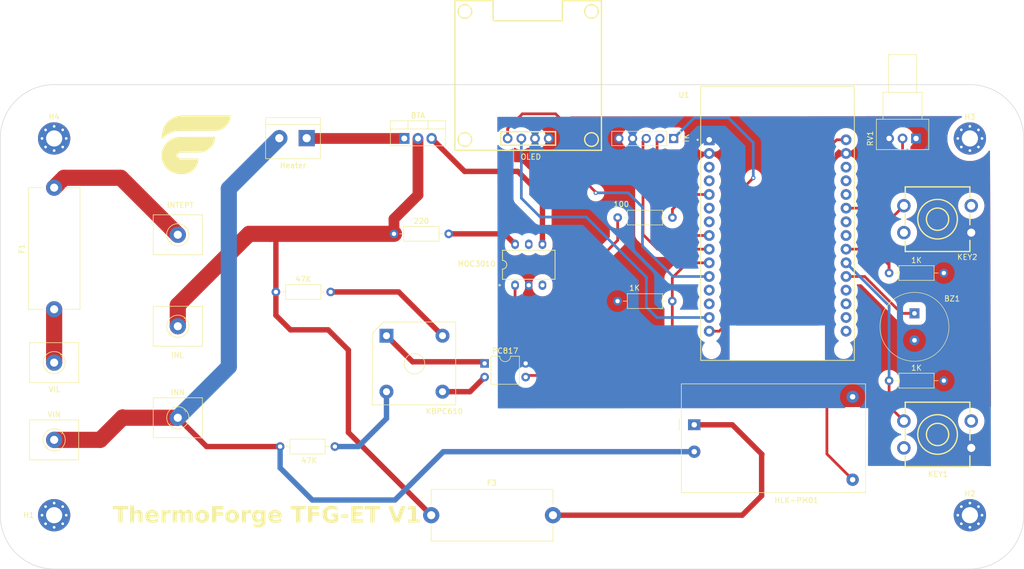
<source format=kicad_pcb>
(kicad_pcb (version 20221018) (generator pcbnew)
  (layers (0 "F.Cu" jumper) (31 "B.Cu" signal) (34 "B.Paste" user) (35 "F.Paste" user) (36 "B.SilkS" user "B.Silkscreen") (37 "F.SilkS" user "F.Silkscreen") (38 "B.Mask" user) (39 "F.Mask" user) (44 "Edge.Cuts" user))
  (net 0 "")
  (net 1 "SOUND")
  (net 2 "GND")
  (net 3 "Net-(D1-+)")
  (net 4 "Net-(D1-Pad2)")
  (net 5 "Net-(D1--)")
  (net 6 "Net-(D1-Pad4)")
  (net 7 "Net-(J5-Pin_1)")
  (net 8 "Net-(J6-Pin_1)")
  (net 9 "L")
  (net 10 "N")
  (net 11 "SO")
  (net 12 "CS")
  (net 13 "SCK")
  (net 14 "3v3")
  (net 15 "GPIO 32")
  (net 18 "GPIO 33")
  (net 21 "+5V")
  (net 22 "Net-(Q1-A1)")
  (net 23 "Net-(Q1-G)")
  (net 24 "GPIO 19")
  (net 25 "Net-(R6-Pad2)")
  (net 26 "Net-(R7-Pad1)")
  (net 27 "GPIO 4")
  (net 28 "GPIO 27")
  (net 33 "SDA")
  (net 36 "SLC")
  (net 48 "Net-(PS1-AC{slash}L)")
  (footprint "Fuse:Fuseholder_Cylinder-5x20mm_Stelvio-Kontek_PTF78_Horizontal_Open" (layer "F.Cu") (at 60 91.7418 90)
    (fp_text reference "F1" (at 11.25 -6 90) (layer "F.SilkS"))
    (fp_text value "16A")
    (pad "1" thru_hole circle (at 0 0 90) (size 3 3) (drill 1.5) (layers "*.Cu" "*.Mask") (net 7 "Net-(J5-Pin_1)"))
    (pad "2" thru_hole circle (at 22.6 0 90) (size 3 3) (drill 1.5) (layers "*.Cu" "*.Mask") (net 8 "Net-(J6-Pin_1)"))
  )
  (footprint "MountingHole:MountingHole_3mm_Pad_Via" (layer "F.Cu") (at 60 60)
    (fp_text reference "H4" (at 0 -4) (layer "F.SilkS"))
    (fp_text value "MH")
    (pad "1" thru_hole circle (at -2.25 0) (size 0.8 0.8) (drill 0.5) (layers "*.Cu" "*.Mask"))
    (pad "1" thru_hole circle (at -1.59099 -1.59099) (size 0.8 0.8) (drill 0.5) (layers "*.Cu" "*.Mask"))
    (pad "1" thru_hole circle (at -1.59099 1.59099) (size 0.8 0.8) (drill 0.5) (layers "*.Cu" "*.Mask"))
    (pad "1" thru_hole circle (at 0 -2.25) (size 0.8 0.8) (drill 0.5) (layers "*.Cu" "*.Mask"))
    (pad "1" thru_hole circle (at 0 0) (size 6 6) (drill 3) (layers "*.Cu" "*.Mask"))
    (pad "1" thru_hole circle (at 0 2.25) (size 0.8 0.8) (drill 0.5) (layers "*.Cu" "*.Mask"))
    (pad "1" thru_hole circle (at 1.59099 -1.59099) (size 0.8 0.8) (drill 0.5) (layers "*.Cu" "*.Mask"))
    (pad "1" thru_hole circle (at 1.59099 1.59099) (size 0.8 0.8) (drill 0.5) (layers "*.Cu" "*.Mask"))
    (pad "1" thru_hole circle (at 2.25 0) (size 0.8 0.8) (drill 0.5) (layers "*.Cu" "*.Mask"))
  )
  (footprint "MountingHole:MountingHole_3mm_Pad_Via" (layer "F.Cu") (at 60 130)
    (fp_text reference "H1" (at -4.73361 -0.00921) (layer "F.SilkS"))
    (fp_text value "MH")
    (pad "1" thru_hole circle (at -2.25 0) (size 0.8 0.8) (drill 0.5) (layers "*.Cu" "*.Mask"))
    (pad "1" thru_hole circle (at -1.59099 -1.59099) (size 0.8 0.8) (drill 0.5) (layers "*.Cu" "*.Mask"))
    (pad "1" thru_hole circle (at -1.59099 1.59099) (size 0.8 0.8) (drill 0.5) (layers "*.Cu" "*.Mask"))
    (pad "1" thru_hole circle (at 0 -2.25) (size 0.8 0.8) (drill 0.5) (layers "*.Cu" "*.Mask"))
    (pad "1" thru_hole circle (at 0 0) (size 6 6) (drill 3) (layers "*.Cu" "*.Mask"))
    (pad "1" thru_hole circle (at 0 2.25) (size 0.8 0.8) (drill 0.5) (layers "*.Cu" "*.Mask"))
    (pad "1" thru_hole circle (at 1.59099 -1.59099) (size 0.8 0.8) (drill 0.5) (layers "*.Cu" "*.Mask"))
    (pad "1" thru_hole circle (at 1.59099 1.59099) (size 0.8 0.8) (drill 0.5) (layers "*.Cu" "*.Mask"))
    (pad "1" thru_hole circle (at 2.25 0) (size 0.8 0.8) (drill 0.5) (layers "*.Cu" "*.Mask"))
  )
  (footprint "Diode_THT:Diode_Bridge_Vishay_KBPC6" (layer "F.Cu") (at 121.6972 96.6532)
    (fp_text reference "KBPC610" (at 10.75 14.05 180) (layer "F.SilkS"))
    (fp_text value "VS-KBPC610")
    (pad "1" thru_hole rect (at 0 0) (size 2.6 2.6) (drill 1.3) (layers "*.Cu" "*.Mask") (net 3 "Net-(D1-+)"))
    (pad "2" thru_hole circle (at 0 10.4) (size 2.6 2.6) (drill 1.3) (layers "*.Cu" "*.Mask") (net 4 "Net-(D1-Pad2)"))
    (pad "3" thru_hole circle (at 10.4 10.4) (size 2.6 2.6) (drill 1.3) (layers "*.Cu" "*.Mask") (net 5 "Net-(D1--)"))
    (pad "4" thru_hole circle (at 10.4 0) (size 2.6 2.6) (drill 1.3) (layers "*.Cu" "*.Mask") (net 6 "Net-(D1-Pad4)"))
  )
  (footprint "TerminalBlock_MetzConnect:TerminalBlock_MetzConnect_360271_1x01_Horizontal_ScrewM3.0_Boxed" (layer "F.Cu") (at 82.9564 77.8944)
    (fp_text reference "INTEPT" (at 0.4826 -5.5118) (layer "F.SilkS"))
    (fp_text value "Iin")
    (pad "1" thru_hole circle (at 0 0) (size 3 3) (drill 1.5) (layers "*.Cu" "*.Mask") (net 8 "Net-(J6-Pin_1)"))
  )
  (footprint "logo:logo16x16mm" (layer "F.Cu") (at 86.36 61.1632)
    (fp_text reference "G***" hide)
    (fp_text value "LOGO" hide)
  )
  (footprint "OLEDTHL27:OLED-TH_L27.8-W27.2-P2.54_C9900033791" (layer "F.Cu") (at 148 60 180)
    (fp_text reference "OLED" (at -0.4884 -3.4238) (layer "F.SilkS"))
    (fp_text value "HS96L03W2C03")
    (pad "1" thru_hole circle (at -3.81 0 180) (size 1.8 1.8) (drill 1.049985) (layers "*.Cu" "*.Mask") (net 2 "GND"))
    (pad "2" thru_hole circle (at -1.27 0 180) (size 1.8 1.8) (drill 1.049985) (layers "*.Cu" "*.Mask") (net 14 "3v3"))
    (pad "3" thru_hole circle (at 1.27 0 180) (size 1.8 1.8) (drill 1.049985) (layers "*.Cu" "*.Mask") (net 36 "SLC"))
    (pad "4" thru_hole circle (at 3.81 0 180) (size 1.8 1.8) (drill 1.049985) (layers "*.Cu" "*.Mask") (net 33 "SDA"))
  )
  (footprint "esp32devkitv1:MODULE_ESP32_DEVKIT_V1" (layer "F.Cu") (at 194.31 75.7638)
    (fp_text reference "U1" (at -17.399 -23.8462) (layer "F.SilkS"))
    (fp_text value "ESP32-DEVKIT-V1")
    (pad "" np_thru_hole circle (at -12.28 -23.475) (size 3 3) (drill 3) (layers "*.Cu" "*.Mask"))
    (pad "" np_thru_hole circle (at -12.28 23.475) (size 3 3) (drill 3) (layers "*.Cu" "*.Mask"))
    (pad "" np_thru_hole circle (at 12.23 -23.475) (size 3 3) (drill 3) (layers "*.Cu" "*.Mask"))
    (pad "" np_thru_hole circle (at 12.23 23.475) (size 3 3) (drill 3) (layers "*.Cu" "*.Mask"))
    (pad "1" thru_hole rect (at -12.7 -15.515) (size 2 2) (drill 1.02) (layers "*.Cu" "*.Mask") (net 14 "3v3"))
    (pad "2" thru_hole circle (at -12.7 -12.975) (size 2 2) (drill 1.02) (layers "*.Cu" "*.Mask") (net 2 "GND"))
    (pad "3" thru_hole circle (at -12.7 -10.435) (size 2 2) (drill 1.02) (layers "*.Cu" "*.Mask"))
    (pad "4" thru_hole circle (at -12.7 -7.895) (size 2 2) (drill 1.02) (layers "*.Cu" "*.Mask"))
    (pad "5" thru_hole circle (at -12.7 -5.355) (size 2 2) (drill 1.02) (layers "*.Cu" "*.Mask") (net 27 "GPIO 4"))
    (pad "6" thru_hole circle (at -12.7 -2.815) (size 2 2) (drill 1.02) (layers "*.Cu" "*.Mask"))
    (pad "7" thru_hole circle (at -12.7 -0.275) (size 2 2) (drill 1.02) (layers "*.Cu" "*.Mask"))
    (pad "8" thru_hole circle (at -12.7 2.265) (size 2 2) (drill 1.02) (layers "*.Cu" "*.Mask") (net 12 "CS"))
    (pad "9" thru_hole circle (at -12.7 4.805) (size 2 2) (drill 1.02) (layers "*.Cu" "*.Mask") (net 13 "SCK"))
    (pad "10" thru_hole circle (at -12.7 7.345) (size 2 2) (drill 1.02) (layers "*.Cu" "*.Mask") (net 24 "GPIO 19"))
    (pad "11" thru_hole circle (at -12.7 9.885) (size 2 2) (drill 1.02) (layers "*.Cu" "*.Mask") (net 33 "SDA"))
    (pad "12" thru_hole circle (at -12.7 12.425) (size 2 2) (drill 1.02) (layers "*.Cu" "*.Mask"))
    (pad "13" thru_hole circle (at -12.7 14.965) (size 2 2) (drill 1.02) (layers "*.Cu" "*.Mask"))
    (pad "14" thru_hole circle (at -12.7 17.505) (size 2 2) (drill 1.02) (layers "*.Cu" "*.Mask") (net 36 "SLC"))
    (pad "15" thru_hole circle (at -12.7 20.045) (size 2 2) (drill 1.02) (layers "*.Cu" "*.Mask") (net 11 "SO"))
    (pad "16" thru_hole circle (at 12.7 20.045) (size 2 2) (drill 1.02) (layers "*.Cu" "*.Mask"))
    (pad "17" thru_hole circle (at 12.7 17.505) (size 2 2) (drill 1.02) (layers "*.Cu" "*.Mask"))
    (pad "18" thru_hole circle (at 12.7 14.965) (size 2 2) (drill 1.02) (layers "*.Cu" "*.Mask"))
    (pad "19" thru_hole circle (at 12.7 12.425) (size 2 2) (drill 1.02) (layers "*.Cu" "*.Mask"))
    (pad "20" thru_hole circle (at 12.7 9.885) (size 2 2) (drill 1.02) (layers "*.Cu" "*.Mask") (net 1 "SOUND"))
    (pad "21" thru_hole circle (at 12.7 7.345) (size 2 2) (drill 1.02) (layers "*.Cu" "*.Mask") (net 15 "GPIO 32"))
    (pad "22" thru_hole circle (at 12.7 4.805) (size 2 2) (drill 1.02) (layers "*.Cu" "*.Mask") (net 18 "GPIO 33"))
    (pad "23" thru_hole circle (at 12.7 2.265) (size 2 2) (drill 1.02) (layers "*.Cu" "*.Mask"))
    (pad "24" thru_hole circle (at 12.7 -0.275) (size 2 2) (drill 1.02) (layers "*.Cu" "*.Mask"))
    (pad "25" thru_hole circle (at 12.7 -2.815) (size 2 2) (drill 1.02) (layers "*.Cu" "*.Mask") (net 28 "GPIO 27"))
    (pad "26" thru_hole circle (at 12.7 -5.355) (size 2 2) (drill 1.02) (layers "*.Cu" "*.Mask"))
    (pad "27" thru_hole circle (at 12.7 -7.895) (size 2 2) (drill 1.02) (layers "*.Cu" "*.Mask"))
    (pad "28" thru_hole circle (at 12.7 -10.435) (size 2 2) (drill 1.02) (layers "*.Cu" "*.Mask"))
    (pad "29" thru_hole circle (at 12.7 -12.975) (size 2 2) (drill 1.02) (layers "*.Cu" "*.Mask") (net 2 "GND"))
    (pad "30" thru_hole circle (at 12.7 -15.515) (size 2 2) (drill 1.02) (layers "*.Cu" "*.Mask") (net 21 "+5V"))
    (zone (net 0) (net_name "") (layer "F.Cu") (connect_pads (clearance 0)) (min_thickness 0.01)
      (keepout (tracks not_allowed) (vias not_allowed) (pads not_allowed) (copperpour not_allowed) (footprints allowed))
      (fill (thermal_gap 0.508) (thermal_bridge_width 0.508))
      (polygon (pts (xy 185.4 94.7488) (xy 203.09 94.7488) (xy 203.09 101.2388) (xy 185.4 101.2388)))
    )
    (zone (net 0) (net_name "") (layer "B.Cu") (connect_pads (clearance 0)) (min_thickness 0.01)
      (keepout (tracks not_allowed) (vias not_allowed) (pads not_allowed) (copperpour not_allowed) (footprints allowed))
      (fill (thermal_gap 0.508) (thermal_bridge_width 0.508))
      (polygon (pts (xy 185.4 94.7488) (xy 203.09 94.7488) (xy 203.09 101.2388) (xy 185.4 101.2388)))
    )
  )
  (footprint "Resistor_THT:R_Axial_DIN0207_L6.3mm_D2.5mm_P10.16mm_Horizontal" (layer "F.Cu") (at 101.1682 88.519)
    (fp_text reference "47K" (at 5.08 -2.37) (layer "F.SilkS"))
    (fp_text value "47K")
    (pad "1" thru_hole circle (at 0 0) (size 1.6 1.6) (drill 0.8) (layers "*.Cu" "*.Mask") (net 9 "L"))
    (pad "2" thru_hole oval (at 10.16 0) (size 1.6 1.6) (drill 0.8) (layers "*.Cu" "*.Mask") (net 6 "Net-(D1-Pad4)"))
  )
  (footprint "TerminalBlock_MetzConnect:TerminalBlock_MetzConnect_360271_1x01_Horizontal_ScrewM3.0_Boxed" (layer "F.Cu") (at 82.9564 94.8944)
    (fp_text reference "INL" (at -0.0508 5.3594) (layer "F.SilkS"))
    (fp_text value "Iout")
    (pad "1" thru_hole circle (at 0 0) (size 3 3) (drill 1.5) (layers "*.Cu" "*.Mask") (net 9 "L"))
  )
  (footprint "digikey-footprints:Piezo_Transducer_THT_PS1240P02BT" (layer "F.Cu") (at 219.71 92.5)
    (fp_text reference "BZ1" (at 6.985 -2.7364) (layer "F.SilkS"))
    (fp_text value "PS1240P02BT")
    (pad "1" thru_hole rect (at 0 0) (size 1.85 1.85) (drill 0.85) (layers "*.Cu" "*.Mask") (net 1 "SOUND"))
    (pad "2" thru_hole circle (at 0 5) (size 1.85 1.85) (drill 0.85) (layers "*.Cu" "*.Mask") (net 2 "GND"))
  )
  (footprint "Converter_ACDC:Converter_ACDC_HiLink_HLK-PMxx" (layer "F.Cu") (at 178.8292 113.2008)
    (fp_text reference "HLK-PM01" (at 18.9606 14.0278 180) (layer "F.SilkS"))
    (fp_text value "HLK-PM01")
    (pad "1" thru_hole rect (at 0 0) (size 2.3 2) (drill 1) (layers "*.Cu" "*.Mask") (net 48 "Net-(PS1-AC{slash}L)"))
    (pad "2" thru_hole circle (at 0 5) (size 2.3 2.3) (drill 1) (layers "*.Cu" "*.Mask") (net 10 "N"))
    (pad "3" thru_hole circle (at 29.4 -5.2) (size 2.3 2.3) (drill 1) (layers "*.Cu" "*.Mask") (net 2 "GND"))
    (pad "4" thru_hole circle (at 29.4 10.2) (size 2.3 2.3) (drill 1) (layers "*.Cu" "*.Mask") (net 21 "+5V"))
  )
  (footprint "K2-1103DT-A4CW-04:KEY-TH_4P-L12.0-W12.0-P5.00-LS13.4" (layer "F.Cu") (at 224 75 180)
    (fp_text reference "KEY2" (at -5.5144 -7.042) (layer "F.SilkS"))
    (fp_text value "select")
    (pad "1" thru_hole circle (at -6.25 2.5) (size 2.5 2.5) (drill 1.500022) (layers "*.Cu" "*.Mask"))
    (pad "2" thru_hole circle (at 6.25 2.5) (size 2.5 2.5) (drill 1.500022) (layers "*.Cu" "*.Mask") (net 18 "GPIO 33"))
    (pad "3" thru_hole circle (at 6.25 -2.5) (size 2.5 2.5) (drill 1.500022) (layers "*.Cu" "*.Mask"))
    (pad "4" thru_hole circle (at -6.25 -2.5) (size 2.5 2.5) (drill 1.500022) (layers "*.Cu" "*.Mask") (net 14 "3v3"))
  )
  (footprint "TerminalBlock_MetzConnect:TerminalBlock_MetzConnect_360271_1x01_Horizontal_ScrewM3.0_Boxed" (layer "F.Cu") (at 60 116.0018)
    (fp_text reference "VIN" (at 0 -4.71) (layer "F.SilkS"))
    (fp_text value "N")
    (pad "1" thru_hole circle (at 0 0) (size 3 3) (drill 1.5) (layers "*.Cu" "*.Mask") (net 10 "N"))
  )
  (footprint "K2-1103DT-A4CW-04:KEY-TH_4P-L12.0-W12.0-P5.00-LS13.4" (layer "F.Cu") (at 224 115 180)
    (fp_text reference "KEY1" (at -0.0788 -7.3772) (layer "F.SilkS"))
    (fp_text value "menu")
    (pad "1" thru_hole circle (at -6.25 2.5) (size 2.5 2.5) (drill 1.500022) (layers "*.Cu" "*.Mask"))
    (pad "2" thru_hole circle (at 6.25 2.5) (size 2.5 2.5) (drill 1.500022) (layers "*.Cu" "*.Mask") (net 15 "GPIO 32"))
    (pad "3" thru_hole circle (at 6.25 -2.5) (size 2.5 2.5) (drill 1.500022) (layers "*.Cu" "*.Mask"))
    (pad "4" thru_hole circle (at -6.25 -2.5) (size 2.5 2.5) (drill 1.500022) (layers "*.Cu" "*.Mask") (net 14 "3v3"))
  )
  (footprint "Package_DIP:DIP-4_W7.62mm" (layer "F.Cu") (at 139.9132 101.7982)
    (fp_text reference "PC817" (at 3.81 -2.33) (layer "F.SilkS"))
    (fp_text value "PC817")
    (pad "1" thru_hole rect (at 0 0) (size 1.6 1.6) (drill 0.8) (layers "*.Cu" "*.Mask") (net 3 "Net-(D1-+)"))
    (pad "2" thru_hole oval (at 0 2.54) (size 1.6 1.6) (drill 0.8) (layers "*.Cu" "*.Mask") (net 5 "Net-(D1--)"))
    (pad "3" thru_hole oval (at 7.62 2.54) (size 1.6 1.6) (drill 0.8) (layers "*.Cu" "*.Mask") (net 24 "GPIO 19"))
    (pad "4" thru_hole oval (at 7.62 0) (size 1.6 1.6) (drill 0.8) (layers "*.Cu" "*.Mask") (net 14 "3v3"))
  )
  (footprint "TFGMOC:DIP-6_L9.6-W6.4-P2.54-LS7.6-BL" (layer "F.Cu") (at 148.1074 83.4644)
    (fp_text reference "MOC3010" (at -9.6774 -0.1778) (layer "F.SilkS"))
    (fp_text value "MOC3010")
    (pad "1" thru_hole oval (at -2.54 3.8) (size 1.4 1.75) (drill 0.799998) (layers "*.Cu" "*.Mask") (net 26 "Net-(R7-Pad1)"))
    (pad "2" thru_hole oval (at 0 3.8) (size 1.4 1.75) (drill 0.799998) (layers "*.Cu" "*.Mask") (net 2 "GND"))
    (pad "3" thru_hole oval (at 2.54 3.8) (size 1.4 1.75) (drill 0.799998) (layers "*.Cu" "*.Mask"))
    (pad "4" thru_hole oval (at 2.54 -3.8) (size 1.4 1.75) (drill 0.799998) (layers "*.Cu" "*.Mask") (net 23 "Net-(Q1-G)"))
    (pad "5" thru_hole oval (at 0 -3.8) (size 1.4 1.75) (drill 0.799998) (layers "*.Cu" "*.Mask"))
    (pad "6" thru_hole oval (at -2.54 -3.8) (size 1.4 1.75) (drill 0.799998) (layers "*.Cu" "*.Mask") (net 25 "Net-(R6-Pad2)"))
  )
  (footprint "Fuse:Fuseholder_Cylinder-5x20mm_Stelvio-Kontek_PTF78_Horizontal_Open" (layer "F.Cu") (at 130 130)
    (fp_text reference "F3" (at 11.25 -6) (layer "F.SilkS"))
    (fp_text value "1A")
    (pad "1" thru_hole circle (at 0 0) (size 3 3) (drill 1.5) (layers "*.Cu" "*.Mask") (net 9 "L"))
    (pad "2" thru_hole circle (at 22.6 0) (size 3 3) (drill 1.5) (layers "*.Cu" "*.Mask") (net 48 "Net-(PS1-AC{slash}L)"))
  )
  (footprint "Resistor_THT:R_Axial_DIN0207_L6.3mm_D2.5mm_P10.16mm_Horizontal" (layer "F.Cu") (at 112.1156 117.2464 180)
    (fp_text reference "47K" (at 4.7752 -2.6162) (layer "F.SilkS"))
    (fp_text value "47K")
    (pad "1" thru_hole circle (at 0 0 180) (size 1.6 1.6) (drill 0.8) (layers "*.Cu" "*.Mask") (net 4 "Net-(D1-Pad2)"))
    (pad "2" thru_hole oval (at 10.16 0 180) (size 1.6 1.6) (drill 0.8) (layers "*.Cu" "*.Mask") (net 10 "N"))
  )
  (footprint "MountingHole:MountingHole_3mm_Pad_Via" (layer "F.Cu") (at 230 60)
    (fp_text reference "H3" (at 0 -4) (layer "F.SilkS"))
    (fp_text value "MH")
    (pad "1" thru_hole circle (at -2.25 0) (size 0.8 0.8) (drill 0.5) (layers "*.Cu" "*.Mask"))
    (pad "1" thru_hole circle (at -1.59099 -1.59099) (size 0.8 0.8) (drill 0.5) (layers "*.Cu" "*.Mask"))
    (pad "1" thru_hole circle (at -1.59099 1.59099) (size 0.8 0.8) (drill 0.5) (layers "*.Cu" "*.Mask"))
    (pad "1" thru_hole circle (at 0 -2.25) (size 0.8 0.8) (drill 0.5) (layers "*.Cu" "*.Mask"))
    (pad "1" thru_hole circle (at 0 0) (size 6 6) (drill 3) (layers "*.Cu" "*.Mask"))
    (pad "1" thru_hole circle (at 0 2.25) (size 0.8 0.8) (drill 0.5) (layers "*.Cu" "*.Mask"))
    (pad "1" thru_hole circle (at 1.59099 -1.59099) (size 0.8 0.8) (drill 0.5) (layers "*.Cu" "*.Mask"))
    (pad "1" thru_hole circle (at 1.59099 1.59099) (size 0.8 0.8) (drill 0.5) (layers "*.Cu" "*.Mask"))
    (pad "1" thru_hole circle (at 2.25 0) (size 0.8 0.8) (drill 0.5) (layers "*.Cu" "*.Mask"))
  )
  (footprint "Resistor_THT:R_Axial_DIN0207_L6.3mm_D2.5mm_P10.16mm_Horizontal" (layer "F.Cu") (at 123.0884 77.724)
    (fp_text reference "220" (at 5.08 -2.37) (layer "F.SilkS"))
    (fp_text value "220")
    (pad "1" thru_hole circle (at 0 0) (size 1.6 1.6) (drill 0.8) (layers "*.Cu" "*.Mask") (net 9 "L"))
    (pad "2" thru_hole oval (at 10.16 0) (size 1.6 1.6) (drill 0.8) (layers "*.Cu" "*.Mask") (net 25 "Net-(R6-Pad2)"))
  )
  (footprint "Connector_PinHeader_2.54mm:PinHeader_1x05_P2.54mm_Vertical" (layer "F.Cu") (at 175 60 -90)
    (fp_text reference "TK" (at 0 -2.33 90) (layer "F.SilkS"))
    (fp_text value "Thermocuple")
    (pad "1" thru_hole rect (at 0 0 270) (size 1.7 1.7) (drill 1) (layers "*.Cu" "*.Mask") (net 11 "SO"))
    (pad "2" thru_hole oval (at 0 2.54 270) (size 1.7 1.7) (drill 1) (layers "*.Cu" "*.Mask") (net 12 "CS"))
    (pad "3" thru_hole oval (at 0 5.08 270) (size 1.7 1.7) (drill 1) (layers "*.Cu" "*.Mask") (net 13 "SCK"))
    (pad "4" thru_hole oval (at 0 7.62 270) (size 1.7 1.7) (drill 1) (layers "*.Cu" "*.Mask") (net 14 "3v3"))
    (pad "5" thru_hole oval (at 0 10.16 270) (size 1.7 1.7) (drill 1) (layers "*.Cu" "*.Mask") (net 2 "GND"))
  )
  (footprint "Package_TO_SOT_THT:TO-220-3_Vertical" (layer "F.Cu") (at 125 60)
    (fp_text reference "BTA" (at 2.54 -4.27) (layer "F.SilkS"))
    (fp_text value "BTA16-600B")
    (pad "1" thru_hole rect (at 0 0) (size 1.905 2) (drill 1.1) (layers "*.Cu" "*.Mask") (net 22 "Net-(Q1-A1)"))
    (pad "2" thru_hole oval (at 2.54 0) (size 1.905 2) (drill 1.1) (layers "*.Cu" "*.Mask") (net 9 "L"))
    (pad "3" thru_hole oval (at 5.08 0) (size 1.905 2) (drill 1.1) (layers "*.Cu" "*.Mask") (net 23 "Net-(Q1-G)"))
  )
  (footprint "Resistor_THT:R_Axial_DIN0207_L6.3mm_D2.5mm_P10.16mm_Horizontal" (layer "F.Cu") (at 164.592 90.2208)
    (fp_text reference "1K" (at 3.1496 -2.4384) (layer "F.SilkS"))
    (fp_text value "1K")
    (pad "1" thru_hole circle (at 0 0) (size 1.6 1.6) (drill 0.8) (layers "*.Cu" "*.Mask") (net 2 "GND"))
    (pad "2" thru_hole oval (at 10.16 0) (size 1.6 1.6) (drill 0.8) (layers "*.Cu" "*.Mask") (net 24 "GPIO 19"))
  )
  (footprint "MountingHole:MountingHole_3mm_Pad_Via" (layer "F.Cu") (at 230 130)
    (fp_text reference "H2" (at 0 -4) (layer "F.SilkS"))
    (fp_text value "MH")
    (pad "1" thru_hole circle (at -2.25 0) (size 0.8 0.8) (drill 0.5) (layers "*.Cu" "*.Mask"))
    (pad "1" thru_hole circle (at -1.59099 -1.59099) (size 0.8 0.8) (drill 0.5) (layers "*.Cu" "*.Mask"))
    (pad "1" thru_hole circle (at -1.59099 1.59099) (size 0.8 0.8) (drill 0.5) (layers "*.Cu" "*.Mask"))
    (pad "1" thru_hole circle (at 0 -2.25) (size 0.8 0.8) (drill 0.5) (layers "*.Cu" "*.Mask"))
    (pad "1" thru_hole circle (at 0 0) (size 6 6) (drill 3) (layers "*.Cu" "*.Mask"))
    (pad "1" thru_hole circle (at 0 2.25) (size 0.8 0.8) (drill 0.5) (layers "*.Cu" "*.Mask"))
    (pad "1" thru_hole circle (at 1.59099 -1.59099) (size 0.8 0.8) (drill 0.5) (layers "*.Cu" "*.Mask"))
    (pad "1" thru_hole circle (at 1.59099 1.59099) (size 0.8 0.8) (drill 0.5) (layers "*.Cu" "*.Mask"))
    (pad "1" thru_hole circle (at 2.25 0) (size 0.8 0.8) (drill 0.5) (layers "*.Cu" "*.Mask"))
  )
  (footprint "TerminalBlock:TerminalBlock_bornier-2_P5.08mm" (layer "F.Cu") (at 106.8832 59.944 180)
    (fp_text reference "Heater" (at 2.54 -5.08) (layer "F.SilkS"))
    (fp_text value "Heater")
    (pad "1" thru_hole rect (at 0 0 180) (size 3 3) (drill 1.52) (layers "*.Cu" "*.Mask") (net 22 "Net-(Q1-A1)"))
    (pad "2" thru_hole circle (at 5.08 0 180) (size 3 3) (drill 1.52) (layers "*.Cu" "*.Mask") (net 10 "N"))
  )
  (footprint "TerminalBlock_MetzConnect:TerminalBlock_MetzConnect_360271_1x01_Horizontal_ScrewM3.0_Boxed" (layer "F.Cu") (at 60 101.6508)
    (fp_text reference "VIL" (at 0.071 4.9784) (layer "F.SilkS"))
    (fp_text value "L")
    (pad "1" thru_hole circle (at 0 0) (size 3 3) (drill 1.5) (layers "*.Cu" "*.Mask") (net 7 "Net-(J5-Pin_1)"))
  )
  (footprint "Resistor_THT:R_Axial_DIN0207_L6.3mm_D2.5mm_P10.16mm_Horizontal" (layer "F.Cu") (at 215 85)
    (fp_text reference "1K" (at 5.08 -2.37) (layer "F.SilkS"))
    (fp_text value "1K")
    (pad "1" thru_hole circle (at 0 0) (size 1.6 1.6) (drill 0.8) (layers "*.Cu" "*.Mask") (net 18 "GPIO 33"))
    (pad "2" thru_hole oval (at 10.16 0) (size 1.6 1.6) (drill 0.8) (layers "*.Cu" "*.Mask") (net 2 "GND"))
  )
  (footprint "Resistor_THT:R_Axial_DIN0207_L6.3mm_D2.5mm_P10.16mm_Horizontal" (layer "F.Cu") (at 215 105)
    (fp_text reference "1K" (at 5.08 -2.37) (layer "F.SilkS"))
    (fp_text value "1K")
    (pad "1" thru_hole circle (at 0 0) (size 1.6 1.6) (drill 0.8) (layers "*.Cu" "*.Mask") (net 15 "GPIO 32"))
    (pad "2" thru_hole oval (at 10.16 0) (size 1.6 1.6) (drill 0.8) (layers "*.Cu" "*.Mask") (net 2 "GND"))
  )
  (footprint "TerminalBlock_MetzConnect:TerminalBlock_MetzConnect_360271_1x01_Horizontal_ScrewM3.0_Boxed" (layer "F.Cu") (at 82.9564 111.8944)
    (fp_text reference "INN" (at 0 -4.71) (layer "F.SilkS"))
    (fp_text value "IN")
    (pad "1" thru_hole circle (at 0 0) (size 3 3) (drill 1.5) (layers "*.Cu" "*.Mask") (net 10 "N"))
  )
  (footprint "Potentiometer_THT:Potentiometer_Alps_RK09Y11_Single_Horizontal" (layer "F.Cu") (at 220 60 -90)
    (fp_text reference "RV1" (at 0 8.5 90) (layer "F.SilkS"))
    (fp_text value "5K")
    (pad "1" thru_hole rect (at 0 0 90) (size 1.8 1.8) (drill 1) (layers "*.Cu" "*.Mask") (net 2 "GND"))
    (pad "2" thru_hole circle (at 0 2.5 90) (size 1.8 1.8) (drill 1) (layers "*.Cu" "*.Mask") (net 28 "GPIO 27"))
    (pad "3" thru_hole circle (at 0 5 90) (size 1.8 1.8) (drill 1) (layers "*.Cu" "*.Mask") (net 14 "3v3"))
  )
  (footprint "Resistor_THT:R_Axial_DIN0207_L6.3mm_D2.5mm_P10.16mm_Horizontal" (layer "F.Cu") (at 164.6174 74.7014)
    (fp_text reference "100" (at 0.6604 -2.4892) (layer "F.SilkS"))
    (fp_text value "100")
    (pad "1" thru_hole circle (at 0 0) (size 1.6 1.6) (drill 0.8) (layers "*.Cu" "*.Mask") (net 26 "Net-(R7-Pad1)"))
    (pad "2" thru_hole oval (at 10.16 0) (size 1.6 1.6) (drill 0.8) (layers "*.Cu" "*.Mask") (net 27 "GPIO 4"))
  )
  (gr_arc (start 50 60) (mid 52.928932 52.928932) (end 60 50) (stroke (width 0.1)) (layer "Edge.Cuts"))
  (gr_line (start 50 60) (end 50 130) (stroke (width 0.1)) (layer "Edge.Cuts"))
  (gr_line (start 60 50) (end 230 50) (stroke (width 0.1)) (layer "Edge.Cuts"))
  (gr_line (start 240 60) (end 240 130) (stroke (width 0.1)) (layer "Edge.Cuts"))
  (gr_line (start 60 140) (end 230 140) (stroke (width 0.1)) (layer "Edge.Cuts"))
  (gr_arc (start 230 50) (mid 237.071068 52.928932) (end 240 60) (stroke (width 0.1)) (layer "Edge.Cuts"))
  (gr_arc (start 240 130) (mid 237.071068 137.071068) (end 230 140) (stroke (width 0.1)) (layer "Edge.Cuts"))
  (gr_arc (start 60 140) (mid 52.928932 137.071068) (end 50 130) (stroke (width 0.1)) (layer "Edge.Cuts"))
  (gr_text "ThermoForge TFG-ET V1" (at 70.8914 131.8768) (layer "F.SilkS") (effects (font (size 3 3) (thickness 0.3) bold) (justify left bottom)))
  (segment (start 210.4644 85.6488) (end 207.01 85.6488) (width 0.508) (layer "F.Cu") (net 1))
  (segment (start 219.71 92.5) (end 217.3156 92.5) (width 0.508) (layer "F.Cu") (net 1))
  (segment (start 217.3156 92.5) (end 210.4644 85.6488) (width 0.508) (layer "F.Cu") (net 1))
  (segment (start 139.6084 101.4934) (end 126.5374 101.4934) (width 1) (layer "F.Cu") (net 3))
  (segment (start 139.9132 101.7982) (end 139.6084 101.4934) (width 1) (layer "F.Cu") (net 3))
  (segment (start 126.5374 101.4934) (end 121.6972 96.6532) (width 1) (layer "F.Cu") (net 3))
  (segment (start 121.6972 107.6648) (end 121.6972 107.0532) (width 1) (layer "F.Cu") (net 4))
  (segment (start 112.1156 117.2464) (end 116.4844 117.2464) (width 1) (layer "B.Cu") (net 4))
  (segment (start 121.6972 112.0336) (end 121.6972 107.0532) (width 1) (layer "B.Cu") (net 4))
  (segment (start 116.4844 117.2464) (end 121.6972 112.0336) (width 1) (layer "B.Cu") (net 4))
  (segment (start 137.1982 107.0532) (end 139.9132 104.3382) (width 1) (layer "F.Cu") (net 5))
  (segment (start 132.0972 107.0532) (end 137.1982 107.0532) (width 1) (layer "F.Cu") (net 5))
  (segment (start 111.3282 88.519) (end 123.963 88.519) (width 1) (layer "F.Cu") (net 6))
  (segment (start 123.963 88.519) (end 132.0972 96.6532) (width 1) (layer "F.Cu") (net 6))
  (segment (start 60 101.6508) (end 60 91.7418) (width 3) (layer "F.Cu") (net 7))
  (segment (start 82.9564 77.8944) (end 72.372 67.31) (width 3) (layer "F.Cu") (net 8))
  (segment (start 72.372 67.31) (end 61.8318 67.31) (width 3) (layer "F.Cu") (net 8))
  (segment (start 61.8318 67.31) (end 60 69.1418) (width 3) (layer "F.Cu") (net 8))
  (segment (start 100.1268 77.724) (end 96.2014 77.724) (width 3) (layer "F.Cu") (net 9))
  (segment (start 127.54 70.5038) (end 127.54 60) (width 2) (layer "F.Cu") (net 9))
  (segment (start 110.871 95.5548) (end 103.8606 95.5548) (width 1) (layer "F.Cu") (net 9))
  (segment (start 101.1682 92.8624) (end 101.1682 88.519) (width 1) (layer "F.Cu") (net 9))
  (segment (start 123.0884 74.9554) (end 127.54 70.5038) (width 2) (layer "F.Cu") (net 9))
  (segment (start 123.0884 77.724) (end 123.0884 74.9554) (width 2) (layer "F.Cu") (net 9))
  (segment (start 114.6302 114.6302) (end 114.6302 99.314) (width 1) (layer "F.Cu") (net 9))
  (segment (start 130 130) (end 114.6302 114.6302) (width 1) (layer "F.Cu") (net 9))
  (segment (start 101.1682 88.519) (end 101.1682 78.7654) (width 1) (layer "F.Cu") (net 9))
  (segment (start 103.8606 95.5548) (end 101.1682 92.8624) (width 1) (layer "F.Cu") (net 9))
  (segment (start 114.6302 99.314) (end 110.871 95.5548) (width 1) (layer "F.Cu") (net 9))
  (segment (start 123.0884 77.724) (end 100.1268 77.724) (width 3) (layer "F.Cu") (net 9))
  (segment (start 101.1682 78.7654) (end 100.1268 77.724) (width 1) (layer "F.Cu") (net 9))
  (segment (start 82.9564 90.969) (end 82.9564 94.8944) (width 3) (layer "F.Cu") (net 9))
  (segment (start 96.2014 77.724) (end 82.9564 90.969) (width 3) (layer "F.Cu") (net 9))
  (segment (start 68.5546 116.0018) (end 72.7202 111.8362) (width 3) (layer "F.Cu") (net 10))
  (segment (start 72.7202 111.8362) (end 72.7784 111.8944) (width 3) (layer "F.Cu") (net 10))
  (segment (start 88.3084 117.2464) (end 82.9564 111.8944) (width 1) (layer "F.Cu") (net 10))
  (segment (start 60 116.0018) (end 68.5546 116.0018) (width 3) (layer "F.Cu") (net 10))
  (segment (start 72.7784 111.8944) (end 82.9564 111.8944) (width 3) (layer "F.Cu") (net 10))
  (segment (start 101.9556 117.2464) (end 88.3084 117.2464) (width 1) (layer "F.Cu") (net 10))
  (segment (start 132.2432 118.2008) (end 178.8292 118.2008) (width 1) (layer "B.Cu") (net 10))
  (segment (start 92.4306 102.4202) (end 92.4306 69.3166) (width 3) (layer "B.Cu") (net 10))
  (segment (start 101.9556 121.2088) (end 107.9246 127.1778) (width 1) (layer "B.Cu") (net 10))
  (segment (start 123.2662 127.1778) (end 132.2432 118.2008) (width 1) (layer "B.Cu") (net 10))
  (segment (start 101.9556 117.2464) (end 101.9556 121.2088) (width 1) (layer "B.Cu") (net 10))
  (segment (start 107.9246 127.1778) (end 123.2662 127.1778) (width 1) (layer "B.Cu") (net 10))
  (segment (start 82.9564 111.8944) (end 92.4306 102.4202) (width 3) (layer "B.Cu") (net 10))
  (segment (start 92.4306 69.3166) (end 101.8032 59.944) (width 3) (layer "B.Cu") (net 10))
  (segment (start 189.7888 67.3354) (end 185.146 71.9782) (width 0.508) (layer "F.Cu") (net 11))
  (segment (start 181.61 95.8088) (end 183.4642 95.8088) (width 0.508) (layer "F.Cu") (net 11))
  (segment (start 183.4642 95.8088) (end 185.146 94.127) (width 0.508) (layer "F.Cu") (net 11))
  (segment (start 185.146 71.9782) (end 185.146 94.127) (width 0.508) (layer "F.Cu") (net 11))
  (via (at 189.7888 67.3354) (size 0.8) (drill 0.4) (layers "F.Cu" "B.Cu") (net 11))
  (segment (start 189.7888 60.7822) (end 185.1914 56.1848) (width 0.508) (layer "B.Cu") (net 11))
  (segment (start 178.8152 56.1848) (end 175 60) (width 0.508) (layer "B.Cu") (net 11))
  (segment (start 185.1914 56.1848) (end 178.8152 56.1848) (width 0.508) (layer "B.Cu") (net 11))
  (segment (start 189.7888 60.7822) (end 189.7888 67.3354) (width 0.508) (layer "B.Cu") (net 11))
  (segment (start 171.9326 76.6064) (end 171.9326 60.5274) (width 0.508) (layer "F.Cu") (net 12))
  (segment (start 181.61 78.0288) (end 173.355 78.0288) (width 0.508) (layer "F.Cu") (net 12))
  (segment (start 171.9326 60.5274) (end 172.46 60) (width 0.508) (layer "F.Cu") (net 12))
  (segment (start 173.355 78.0288) (end 171.9326 76.6064) (width 0.508) (layer "F.Cu") (net 12))
  (segment (start 172.0342 80.5688) (end 181.61 80.5688) (width 0.508) (layer "F.Cu") (net 13))
  (segment (start 169.92 60) (end 169.3164 60.6036) (width 0.508) (layer "F.Cu") (net 13))
  (segment (start 169.3164 77.851) (end 172.0342 80.5688) (width 0.508) (layer "F.Cu") (net 13))
  (segment (start 169.3164 60.6036) (end 169.3164 77.851) (width 0.508) (layer "F.Cu") (net 13))
  (segment (start 217.75 112.5) (end 215.4098 110.1598) (width 0.508) (layer "F.Cu") (net 15))
  (segment (start 215.4098 110.1598) (end 215.392 110.1598) (width 0.508) (layer "F.Cu") (net 15))
  (segment (start 215.392 110.1598) (end 215 109.7678) (width 0.508) (layer "F.Cu") (net 15))
  (segment (start 215 109.7678) (end 215 105) (width 0.508) (layer "F.Cu") (net 15))
  (segment (start 215 91.0988) (end 207.01 83.1088) (width 0.508) (layer "B.Cu") (net 15))
  (segment (start 215 105) (end 215 91.0988) (width 0.508) (layer "B.Cu") (net 15))
  (segment (start 215 85) (end 215 83.5296) (width 0.508) (layer "F.Cu") (net 18))
  (segment (start 217.75 72.5) (end 215 75.25) (width 0.508) (layer "F.Cu") (net 18))
  (segment (start 215 75.25) (end 215 85) (width 0.508) (layer "F.Cu") (net 18))
  (segment (start 212.0392 80.5688) (end 207.01 80.5688) (width 0.508) (layer "F.Cu") (net 18))
  (segment (start 215 83.5296) (end 212.0392 80.5688) (width 0.508) (layer "F.Cu") (net 18))
  (segment (start 205.2828 60.2488) (end 207.01 60.2488) (width 0.508) (layer "F.Cu") (net 21))
  (segment (start 203.454 118.6256) (end 203.454 62.0776) (width 0.508) (layer "F.Cu") (net 21))
  (segment (start 203.454 62.0776) (end 205.2828 60.2488) (width 0.508) (layer "F.Cu") (net 21))
  (segment (start 208.2292 123.4008) (end 203.454 118.6256) (width 0.508) (layer "F.Cu") (net 21))
  (segment (start 106.9392 60) (end 106.8832 59.944) (width 1) (layer "F.Cu") (net 22))
  (segment (start 125 60) (end 106.9392 60) (width 2) (layer "F.Cu") (net 22))
  (segment (start 124.944 59.944) (end 125 60) (width 1) (layer "F.Cu") (net 22))
  (segment (start 150.6474 79.6644) (end 150.6474 70.6882) (width 1) (layer "F.Cu") (net 23))
  (segment (start 136.1962 66.1162) (end 130.08 60) (width 1) (layer "F.Cu") (net 23))
  (segment (start 150.6474 70.6882) (end 146.0754 66.1162) (width 1) (layer "F.Cu") (net 23))
  (segment (start 146.0754 66.1162) (end 136.1962 66.1162) (width 1) (layer "F.Cu") (net 23))
  (segment (start 177.546 83.1088) (end 174.752 85.9028) (width 0.508) (layer "F.Cu") (net 24))
  (segment (start 147.838 104.0334) (end 167.2386 104.0334) (width 0.508) (layer "F.Cu") (net 24))
  (segment (start 174.7774 96.4946) (end 174.752 96.4692) (width 0.508) (layer "F.Cu") (net 24))
  (segment (start 174.752 85.9028) (end 174.752 90.2208) (width 0.508) (layer "F.Cu") (net 24))
  (segment (start 147.5332 104.3382) (end 147.838 104.0334) (width 0.508) (layer "F.Cu") (net 24))
  (segment (start 174.752 96.4692) (end 174.752 90.2208) (width 0.508) (layer "F.Cu") (net 24))
  (segment (start 181.61 83.1088) (end 177.546 83.1088) (width 0.508) (layer "F.Cu") (net 24))
  (segment (start 167.2386 104.0334) (end 174.7774 96.4946) (width 0.508) (layer "F.Cu") (net 24))
  (segment (start 143.627 77.724) (end 145.5674 79.6644) (width 1) (layer "F.Cu") (net 25))
  (segment (start 133.2484 77.724) (end 143.627 77.724) (width 1) (layer "F.Cu") (net 25))
  (segment (start 164.6174 74.7014) (end 164.6174 78.9178) (width 0.508) (layer "F.Cu") (net 26))
  (segment (start 164.6174 78.9178) (end 151.638 91.8972) (width 0.508) (layer "F.Cu") (net 26))
  (segment (start 151.638 91.8972) (end 147.1676 91.8972) (width 0.508) (layer "F.Cu") (net 26))
  (segment (start 145.5674 90.3986) (end 145.5674 87.2644) (width 0.508) (layer "F.Cu") (net 26))
  (segment (start 147.1168 91.948) (end 145.5674 90.3986) (width 0.508) (layer "F.Cu") (net 26))
  (segment (start 147.1676 91.8972) (end 147.1168 91.948) (width 0.508) (layer "F.Cu") (net 26))
  (segment (start 174.7774 74.7014) (end 174.7774 73.152) (width 0.508) (layer "F.Cu") (net 27))
  (segment (start 174.7774 73.152) (end 177.5206 70.4088) (width 0.508) (layer "F.Cu") (net 27))
  (segment (start 177.5206 70.4088) (end 181.61 70.4088) (width 0.508) (layer "F.Cu") (net 27))
  (segment (start 212.1916 72.9488) (end 207.01 72.9488) (width 0.508) (layer "F.Cu") (net 28))
  (segment (start 217.5 60) (end 217.5 67.6404) (width 0.508) (layer "F.Cu") (net 28))
  (segment (start 217.5 67.6404) (end 212.1916 72.9488) (width 0.508) (layer "F.Cu") (net 28))
  (segment (start 156.7942 66.2432) (end 156.7942 59.1312) (width 0.508) (layer "F.Cu") (net 33))
  (segment (start 146.939 55.4228) (end 144.19 58.1718) (width 0.508) (layer "F.Cu") (net 33))
  (segment (start 156.7942 66.2432) (end 160.5534 70.0024) (width 0.508) (layer "F.Cu") (net 33))
  (segment (start 160.5534 70.0024) (end 160.5534 70.104) (width 0.508) (layer "F.Cu") (net 33))
  (segment (start 144.19 58.1718) (end 144.19 60) (width 0.508) (layer "F.Cu") (net 33))
  (segment (start 156.7942 59.1312) (end 153.0858 55.4228) (width 0.508) (layer "F.Cu") (net 33))
  (segment (start 153.0858 55.4228) (end 146.939 55.4228) (width 0.508) (layer "F.Cu") (net 33))
  (via (at 160.5534 70.104) (size 0.8) (drill 0.4) (layers "F.Cu" "B.Cu") (net 33))
  (segment (start 160.5534 70.104) (end 166.5732 70.104) (width 0.508) (layer "B.Cu") (net 33))
  (segment (start 169.2148 72.7456) (end 169.2148 79.9846) (width 0.508) (layer "B.Cu") (net 33))
  (segment (start 169.2148 79.9846) (end 174.879 85.6488) (width 0.508) (layer "B.Cu") (net 33))
  (segment (start 174.879 85.6488) (end 181.61 85.6488) (width 0.508) (layer "B.Cu") (net 33))
  (segment (start 166.5732 70.104) (end 169.2148 72.7456) (width 0.508) (layer "B.Cu") (net 33))
  (segment (start 158.7754 74.5998) (end 150.241 74.5998) (width 0.508) (layer "B.Cu") (net 36))
  (segment (start 171.8818 93.2688) (end 169.9514 91.3384) (width 0.508) (layer "B.Cu") (net 36))
  (segment (start 169.9514 91.3384) (end 169.9514 85.7758) (width 0.508) (layer "B.Cu") (net 36))
  (segment (start 181.61 93.2688) (end 171.8818 93.2688) (width 0.508) (layer "B.Cu") (net 36))
  (segment (start 169.9514 85.7758) (end 158.7754 74.5998) (width 0.508) (layer "B.Cu") (net 36))
  (segment (start 146.73 71.0888) (end 146.73 60) (width 0.508) (layer "B.Cu") (net 36))
  (segment (start 150.241 74.5998) (end 146.73 71.0888) (width 0.508) (layer "B.Cu") (net 36))
  (segment (start 185.8956 113.2008) (end 178.8292 113.2008) (width 1) (layer "F.Cu") (net 48))
  (segment (start 191.3382 118.745) (end 191.389 118.6942) (width 1) (layer "F.Cu") (net 48))
  (segment (start 191.389 118.6942) (end 185.8956 113.2008) (width 1) (layer "F.Cu") (net 48))
  (segment (start 191.3382 126.3904) (end 191.3382 118.745) (width 1) (layer "F.Cu") (net 48))
  (segment (start 152.6 130) (end 187.7286 130) (width 1) (layer "F.Cu") (net 48))
  (segment (start 187.7286 130) (end 191.3382 126.3904) (width 1) (layer "F.Cu") (net 48))
  (zone (net 2) (net_name "GND") (layer "F.Cu") (connect_pads yes (clearance 1.2)) (min_thickness 0.25) (fill yes (thermal_gap 0.5) (thermal_bridge_width 0.5))
    (polygon (pts (xy 233.5276 55.8546) (xy 145.3134 55.9054) (xy 145.6944 110.0582) (xy 233.9086 109.855) (xy 233.7054 55.8546)))
  )
  (zone (net 14) (net_name "3v3") (layer "B.Cu") (priority 1) (connect_pads yes (clearance 1.2)) (min_thickness 0.25) (fill yes (thermal_gap 0.5) (thermal_bridge_width 0.5))
    (polygon (pts (xy 233.7054 55.8546) (xy 233.5276 55.8546) (xy 142.2654 55.9816) (xy 142.367 110.1598) (xy 211.1248 110.109) (xy 211.074 120.8532) (xy 232.4608 120.8532) (xy 233.9086 120.904)))
  )
)
</source>
